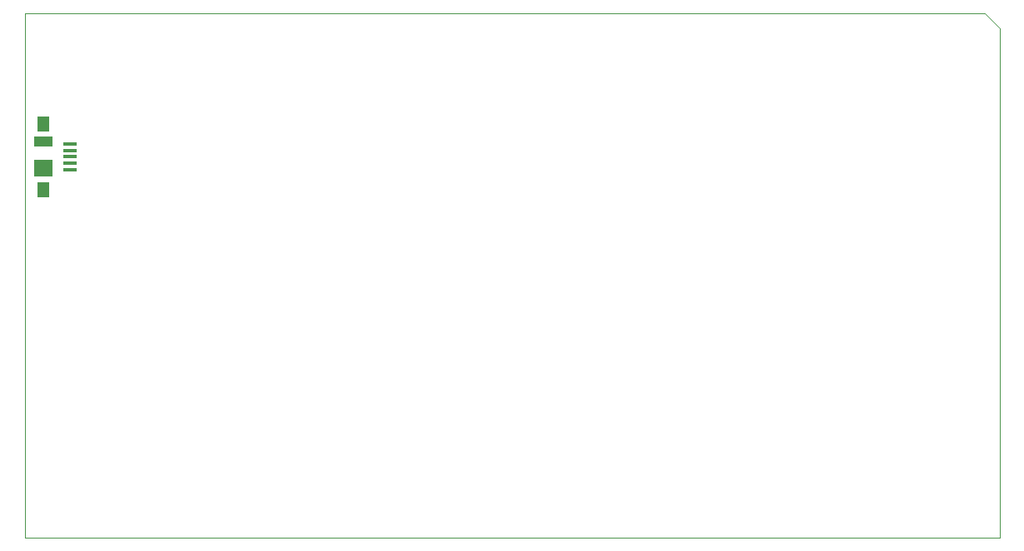
<source format=gbr>
%TF.GenerationSoftware,KiCad,Pcbnew,5.1.6-c6e7f7d~87~ubuntu18.04.1*%
%TF.CreationDate,2020-10-25T13:18:33+02:00*%
%TF.ProjectId,PSLab,50534c61-622e-46b6-9963-61645f706362,v6.1*%
%TF.SameCoordinates,Original*%
%TF.FileFunction,Paste,Bot*%
%TF.FilePolarity,Positive*%
%FSLAX46Y46*%
G04 Gerber Fmt 4.6, Leading zero omitted, Abs format (unit mm)*
G04 Created by KiCad (PCBNEW 5.1.6-c6e7f7d~87~ubuntu18.04.1) date 2020-10-25 13:18:33*
%MOMM*%
%LPD*%
G01*
G04 APERTURE LIST*
%TA.AperFunction,Profile*%
%ADD10C,0.100000*%
%TD*%
%ADD11R,1.380000X0.450000*%
%ADD12R,1.300000X1.650000*%
%ADD13R,1.900000X1.800000*%
%ADD14R,1.900000X1.000000*%
G04 APERTURE END LIST*
D10*
X90940000Y-113580000D02*
X90940000Y-60270000D01*
X189970000Y-113580000D02*
X90940000Y-113580000D01*
X189970000Y-61790000D02*
X189970000Y-113580000D01*
X188450000Y-60270000D02*
X189970000Y-61790000D01*
X90940000Y-60270000D02*
X188450000Y-60270000D01*
D11*
%TO.C,SW4*%
X95510000Y-76170000D03*
X95510000Y-75520000D03*
X95510000Y-74870000D03*
X95510000Y-74220000D03*
X95510000Y-73570000D03*
D12*
X92850000Y-78245000D03*
X92850000Y-71495000D03*
D13*
X92850000Y-76020000D03*
D14*
X92850000Y-73320000D03*
%TD*%
M02*

</source>
